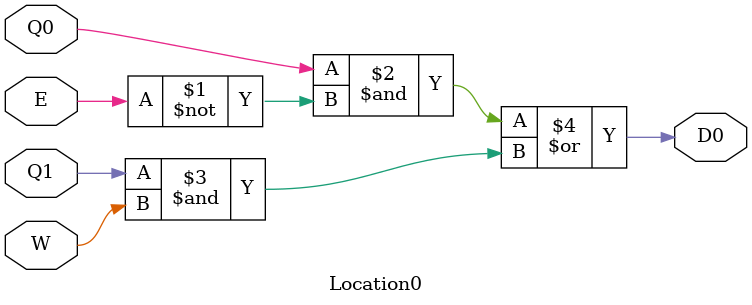
<source format=v>
`timescale 1ns / 1ps


module Location0(input E, W, Q0, Q1, output D0);

    assign D0 = (Q0 & ~E) | (Q1 & W);

endmodule

</source>
